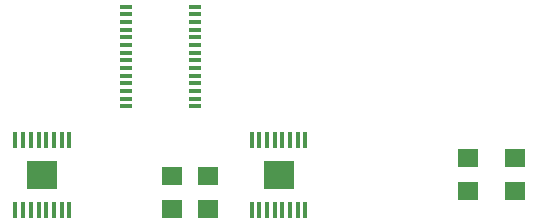
<source format=gtp>
G04 EAGLE Gerber RS-274X export*
G75*
%MOMM*%
%FSLAX34Y34*%
%LPD*%
%INSolderpaste Top*%
%IPPOS*%
%AMOC8*
5,1,8,0,0,1.08239X$1,22.5*%
G01*
%ADD10R,0.990600X0.304800*%
%ADD11R,1.803000X1.600000*%
%ADD12R,0.450000X1.400000*%
%ADD13R,2.560000X2.460000*%
%ADD14C,0.500000*%


D10*
X320822Y262250D03*
X320822Y255750D03*
X320822Y249250D03*
X320822Y242750D03*
X320822Y236250D03*
X320822Y229750D03*
X320822Y223250D03*
X320822Y216750D03*
X320822Y210250D03*
X320822Y203750D03*
X320822Y197250D03*
X320822Y190750D03*
X320822Y184250D03*
X320822Y177750D03*
X379178Y177750D03*
X379178Y184250D03*
X379178Y190750D03*
X379178Y197250D03*
X379178Y203750D03*
X379178Y210250D03*
X379178Y216750D03*
X379178Y223250D03*
X379178Y229750D03*
X379178Y236250D03*
X379178Y242750D03*
X379178Y249250D03*
X379178Y255750D03*
X379178Y262250D03*
D11*
X360000Y119220D03*
X360000Y90780D03*
X390000Y119220D03*
X390000Y90780D03*
D12*
X227250Y90500D03*
X233750Y90500D03*
X240250Y90500D03*
X246750Y90500D03*
X253250Y90500D03*
X259750Y90500D03*
X266250Y90500D03*
X272750Y90500D03*
X272750Y149500D03*
X266250Y149500D03*
X259750Y149500D03*
X253250Y149500D03*
X246750Y149500D03*
X240250Y149500D03*
X233750Y149500D03*
X227250Y149500D03*
D13*
X250000Y120000D03*
D14*
X255500Y125500D03*
D11*
X650000Y105780D03*
X650000Y134220D03*
X610000Y134220D03*
X610000Y105780D03*
D12*
X427250Y90500D03*
X433750Y90500D03*
X440250Y90500D03*
X446750Y90500D03*
X453250Y90500D03*
X459750Y90500D03*
X466250Y90500D03*
X472750Y90500D03*
X472750Y149500D03*
X466250Y149500D03*
X459750Y149500D03*
X453250Y149500D03*
X446750Y149500D03*
X440250Y149500D03*
X433750Y149500D03*
X427250Y149500D03*
D13*
X450000Y120000D03*
D14*
X455500Y125500D03*
M02*

</source>
